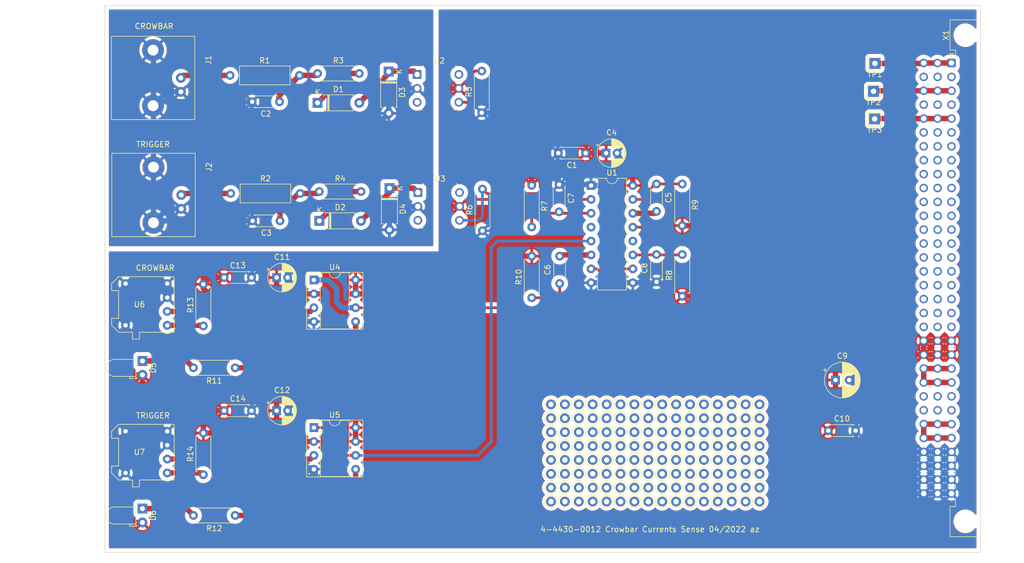
<source format=kicad_pcb>
(kicad_pcb (version 20211014) (generator pcbnew)

  (general
    (thickness 1.6)
  )

  (paper "A4")
  (layers
    (0 "F.Cu" signal)
    (31 "B.Cu" signal)
    (32 "B.Adhes" user "B.Adhesive")
    (33 "F.Adhes" user "F.Adhesive")
    (34 "B.Paste" user)
    (35 "F.Paste" user)
    (36 "B.SilkS" user "B.Silkscreen")
    (37 "F.SilkS" user "F.Silkscreen")
    (38 "B.Mask" user)
    (39 "F.Mask" user)
    (40 "Dwgs.User" user "User.Drawings")
    (41 "Cmts.User" user "User.Comments")
    (42 "Eco1.User" user "User.Eco1")
    (43 "Eco2.User" user "User.Eco2")
    (44 "Edge.Cuts" user)
    (45 "Margin" user)
    (46 "B.CrtYd" user "B.Courtyard")
    (47 "F.CrtYd" user "F.Courtyard")
    (48 "B.Fab" user)
    (49 "F.Fab" user)
    (50 "User.1" user)
    (51 "User.2" user)
    (52 "User.3" user)
    (53 "User.4" user)
    (54 "User.5" user)
    (55 "User.6" user)
    (56 "User.7" user)
    (57 "User.8" user)
    (58 "User.9" user)
  )

  (setup
    (stackup
      (layer "F.SilkS" (type "Top Silk Screen"))
      (layer "F.Paste" (type "Top Solder Paste"))
      (layer "F.Mask" (type "Top Solder Mask") (thickness 0.01))
      (layer "F.Cu" (type "copper") (thickness 0.035))
      (layer "dielectric 1" (type "core") (thickness 1.51) (material "FR4") (epsilon_r 4.5) (loss_tangent 0.02))
      (layer "B.Cu" (type "copper") (thickness 0.035))
      (layer "B.Mask" (type "Bottom Solder Mask") (thickness 0.01))
      (layer "B.Paste" (type "Bottom Solder Paste"))
      (layer "B.SilkS" (type "Bottom Silk Screen"))
      (copper_finish "None")
      (dielectric_constraints no)
    )
    (pad_to_mask_clearance 0)
    (pcbplotparams
      (layerselection 0x00010fc_ffffffff)
      (disableapertmacros false)
      (usegerberextensions false)
      (usegerberattributes true)
      (usegerberadvancedattributes true)
      (creategerberjobfile true)
      (svguseinch false)
      (svgprecision 6)
      (excludeedgelayer true)
      (plotframeref false)
      (viasonmask false)
      (mode 1)
      (useauxorigin false)
      (hpglpennumber 1)
      (hpglpenspeed 20)
      (hpglpendiameter 15.000000)
      (dxfpolygonmode true)
      (dxfimperialunits true)
      (dxfusepcbnewfont true)
      (psnegative false)
      (psa4output false)
      (plotreference true)
      (plotvalue true)
      (plotinvisibletext false)
      (sketchpadsonfab false)
      (subtractmaskfromsilk false)
      (outputformat 1)
      (mirror false)
      (drillshape 1)
      (scaleselection 1)
      (outputdirectory "")
    )
  )

  (net 0 "")
  (net 1 "+5V")
  (net 2 "GND")
  (net 3 "Net-(C2-Pad1)")
  (net 4 "GND1")
  (net 5 "Net-(C3-Pad1)")
  (net 6 "Net-(C5-Pad1)")
  (net 7 "Net-(C5-Pad2)")
  (net 8 "Net-(C6-Pad1)")
  (net 9 "Net-(C6-Pad2)")
  (net 10 "Net-(C7-Pad2)")
  (net 11 "Net-(C8-Pad2)")
  (net 12 "Net-(D1-Pad1)")
  (net 13 "Net-(D1-Pad2)")
  (net 14 "Net-(D2-Pad1)")
  (net 15 "Net-(D2-Pad2)")
  (net 16 "Net-(D6-Pad1)")
  (net 17 "Net-(J1-Pad1)")
  (net 18 "Net-(J2-Pad1)")
  (net 19 "Net-(R5-Pad2)")
  (net 20 "Net-(R6-Pad2)")
  (net 21 "Net-(R11-Pad1)")
  (net 22 "Net-(R12-Pad1)")
  (net 23 "Net-(R13-Pad1)")
  (net 24 "Net-(R14-Pad1)")
  (net 25 "unconnected-(U1-Pad4)")
  (net 26 "unconnected-(U1-Pad12)")
  (net 27 "Net-(U1-Pad5)")
  (net 28 "Net-(U1-Pad13)")
  (net 29 "unconnected-(U2-Pad3)")
  (net 30 "unconnected-(U2-Pad6)")
  (net 31 "unconnected-(U3-Pad3)")
  (net 32 "unconnected-(U3-Pad6)")
  (net 33 "Net-(U4-Pad3)")
  (net 34 "Net-(U5-Pad3)")
  (net 35 "unconnected-(X1-Pada2)")
  (net 36 "unconnected-(X1-Pada4)")
  (net 37 "unconnected-(X1-Pada6)")
  (net 38 "unconnected-(X1-Pada7)")
  (net 39 "unconnected-(X1-Pada8)")
  (net 40 "unconnected-(X1-Pada9)")
  (net 41 "unconnected-(X1-Pada10)")
  (net 42 "unconnected-(X1-Pada11)")
  (net 43 "unconnected-(X1-Pada12)")
  (net 44 "unconnected-(X1-Pada13)")
  (net 45 "unconnected-(X1-Pada14)")
  (net 46 "unconnected-(X1-Pada15)")
  (net 47 "unconnected-(X1-Pada16)")
  (net 48 "unconnected-(X1-Pada17)")
  (net 49 "unconnected-(X1-Pada18)")
  (net 50 "unconnected-(X1-Pada19)")
  (net 51 "unconnected-(X1-Pada20)")
  (net 52 "+15V")
  (net 53 "unconnected-(X1-Pada25)")
  (net 54 "unconnected-(X1-Pada26)")
  (net 55 "+24V")
  (net 56 "unconnected-(X1-Padb2)")
  (net 57 "unconnected-(X1-Padb4)")
  (net 58 "unconnected-(X1-Padb6)")
  (net 59 "unconnected-(X1-Padb7)")
  (net 60 "unconnected-(X1-Padb8)")
  (net 61 "unconnected-(X1-Padb9)")
  (net 62 "unconnected-(X1-Padb10)")
  (net 63 "unconnected-(X1-Padb11)")
  (net 64 "unconnected-(X1-Padb12)")
  (net 65 "unconnected-(X1-Padb13)")
  (net 66 "unconnected-(X1-Padb14)")
  (net 67 "unconnected-(X1-Padb15)")
  (net 68 "unconnected-(X1-Padb16)")
  (net 69 "unconnected-(X1-Padb17)")
  (net 70 "unconnected-(X1-Padb18)")
  (net 71 "unconnected-(X1-Padb19)")
  (net 72 "unconnected-(X1-Padb20)")
  (net 73 "unconnected-(X1-Padb25)")
  (net 74 "unconnected-(X1-Padb26)")
  (net 75 "unconnected-(X1-Padc2)")
  (net 76 "unconnected-(X1-Padc4)")
  (net 77 "unconnected-(X1-Padc6)")
  (net 78 "unconnected-(X1-Padc7)")
  (net 79 "unconnected-(X1-Padc8)")
  (net 80 "unconnected-(X1-Padc9)")
  (net 81 "unconnected-(X1-Padc10)")
  (net 82 "unconnected-(X1-Padc11)")
  (net 83 "unconnected-(X1-Padc12)")
  (net 84 "unconnected-(X1-Padc13)")
  (net 85 "unconnected-(X1-Padc14)")
  (net 86 "unconnected-(X1-Padc15)")
  (net 87 "unconnected-(X1-Padc16)")
  (net 88 "unconnected-(X1-Padc17)")
  (net 89 "unconnected-(X1-Padc18)")
  (net 90 "unconnected-(X1-Padc19)")
  (net 91 "unconnected-(X1-Padc20)")
  (net 92 "unconnected-(X1-Padc25)")
  (net 93 "unconnected-(X1-Padc26)")
  (net 94 "Net-(D5-Pad1)")
  (net 95 "/T1")
  (net 96 "/T3")
  (net 97 "/T5")

  (footprint "TestPoint:TestPoint_THTPad_D2.0mm_Drill1.0mm" (layer "F.Cu") (at 156.9212 110.49))

  (footprint "TestPoint:TestPoint_THTPad_D2.0mm_Drill1.0mm" (layer "F.Cu") (at 136.6012 123.19))

  (footprint "TestPoint:TestPoint_THTPad_D2.0mm_Drill1.0mm" (layer "F.Cu") (at 159.4612 123.19))

  (footprint "TestPoint:TestPoint_THTPad_D2.0mm_Drill1.0mm" (layer "F.Cu") (at 162.0012 115.57))

  (footprint "TestPoint:TestPoint_THTPad_D2.0mm_Drill1.0mm" (layer "F.Cu") (at 139.1412 107.95))

  (footprint "Resistor_THT:R_Axial_DIN0207_L6.3mm_D2.5mm_P7.62mm_Horizontal" (layer "F.Cu") (at 89.19 69.03))

  (footprint "my_library:BNC_amphenol_TH" (layer "F.Cu") (at 50 68.38 90))

  (footprint "TestPoint:TestPoint_THTPad_D2.0mm_Drill1.0mm" (layer "F.Cu") (at 146.7612 113.03))

  (footprint "TestPoint:TestPoint_THTPad_D2.0mm_Drill1.0mm" (layer "F.Cu") (at 151.8412 110.49))

  (footprint "TestPoint:TestPoint_THTPad_D2.0mm_Drill1.0mm" (layer "F.Cu") (at 144.2212 107.95))

  (footprint "Capacitor_THT:C_Disc_D4.3mm_W1.9mm_P5.00mm" (layer "F.Cu") (at 182.182379 112.75))

  (footprint "Resistor_THT:R_Axial_DIN0207_L6.3mm_D2.5mm_P7.62mm_Horizontal" (layer "F.Cu") (at 155.5 67.65 -90))

  (footprint "Resistor_THT:R_Axial_DIN0309_L9.0mm_D3.2mm_P12.70mm_Horizontal" (layer "F.Cu") (at 73 69.38))

  (footprint "TestPoint:TestPoint_THTPad_D2.0mm_Drill1.0mm" (layer "F.Cu") (at 146.7612 107.95))

  (footprint "my_library:Versatile_Link" (layer "F.Cu") (at 56.325 123.0325 180))

  (footprint "Capacitor_THT:C_Disc_D4.3mm_W1.9mm_P5.00mm" (layer "F.Cu") (at 150.8 85.55 90))

  (footprint "TestPoint:TestPoint_THTPad_D2.0mm_Drill1.0mm" (layer "F.Cu") (at 149.3012 123.19))

  (footprint "Resistor_THT:R_Axial_DIN0207_L6.3mm_D2.5mm_P7.62mm_Horizontal" (layer "F.Cu") (at 128 67.89 -90))

  (footprint "TestPoint:TestPoint_THTPad_D2.0mm_Drill1.0mm" (layer "F.Cu") (at 162.0012 113.03))

  (footprint "TestPoint:TestPoint_THTPad_D2.0mm_Drill1.0mm" (layer "F.Cu") (at 162.0012 123.19))

  (footprint "TestPoint:TestPoint_THTPad_2.0x2.0mm_Drill1.0mm" (layer "F.Cu") (at 190.7 45.6 180))

  (footprint "TestPoint:TestPoint_THTPad_D2.0mm_Drill1.0mm" (layer "F.Cu") (at 141.6812 113.03))

  (footprint "TestPoint:TestPoint_THTPad_2.0x2.0mm_Drill1.0mm" (layer "F.Cu") (at 190.65 55.75 180))

  (footprint "TestPoint:TestPoint_THTPad_D2.0mm_Drill1.0mm" (layer "F.Cu") (at 136.6012 107.95))

  (footprint "TestPoint:TestPoint_THTPad_D2.0mm_Drill1.0mm" (layer "F.Cu") (at 141.6812 107.95))

  (footprint "TestPoint:TestPoint_THTPad_D2.0mm_Drill1.0mm" (layer "F.Cu") (at 167.0812 120.65))

  (footprint "TestPoint:TestPoint_THTPad_D2.0mm_Drill1.0mm" (layer "F.Cu") (at 131.5212 118.11))

  (footprint "TestPoint:TestPoint_THTPad_D2.0mm_Drill1.0mm" (layer "F.Cu") (at 151.8412 113.03))

  (footprint "TestPoint:TestPoint_THTPad_D2.0mm_Drill1.0mm" (layer "F.Cu") (at 141.6812 125.73))

  (footprint "TestPoint:TestPoint_THTPad_D2.0mm_Drill1.0mm" (layer "F.Cu") (at 164.5412 110.49))

  (footprint "TestPoint:TestPoint_THTPad_D2.0mm_Drill1.0mm" (layer "F.Cu") (at 139.1412 120.65))

  (footprint "TestPoint:TestPoint_THTPad_D2.0mm_Drill1.0mm" (layer "F.Cu") (at 159.4612 118.11))

  (footprint "TestPoint:TestPoint_THTPad_D2.0mm_Drill1.0mm" (layer "F.Cu") (at 144.2212 125.73))

  (footprint "TestPoint:TestPoint_THTPad_D2.0mm_Drill1.0mm" (layer "F.Cu") (at 144.2212 118.11))

  (footprint "TestPoint:TestPoint_THTPad_D2.0mm_Drill1.0mm" (layer "F.Cu") (at 144.2212 115.57))

  (footprint "TestPoint:TestPoint_THTPad_D2.0mm_Drill1.0mm" (layer "F.Cu") (at 164.5412 115.57))

  (footprint "TestPoint:TestPoint_THTPad_D2.0mm_Drill1.0mm" (layer "F.Cu") (at 162.0012 110.49))

  (footprint "TestPoint:TestPoint_THTPad_D2.0mm_Drill1.0mm" (layer "F.Cu") (at 156.9212 107.95))

  (footprint "TestPoint:TestPoint_THTPad_D2.0mm_Drill1.0mm" (layer "F.Cu") (at 134.0612 120.65))

  (footprint "TestPoint:TestPoint_THTPad_D2.0mm_Drill1.0mm" (layer "F.Cu") (at 169.6212 125.73))

  (footprint "Capacitor_THT:C_Disc_D4.3mm_W1.9mm_P5.00mm" (layer "F.Cu") (at 133.1 85.84 90))

  (footprint "TestPoint:TestPoint_THTPad_D2.0mm_Drill1.0mm" (layer "F.Cu") (at 156.9212 125.73))

  (footprint "TestPoint:TestPoint_THTPad_D2.0mm_Drill1.0mm" (layer "F.Cu") (at 146.7612 120.65))

  (footprint "TestPoint:TestPoint_THTPad_D2.0mm_Drill1.0mm" (layer "F.Cu") (at 144.2212 110.49))

  (footprint "TestPoint:TestPoint_THTPad_D2.0mm_Drill1.0mm" (layer "F.Cu") (at 136.6012 125.73))

  (footprint "Capacitor_THT:C_Disc_D4.3mm_W1.9mm_P5.00mm" (layer "F.Cu") (at 71.8 109.1))

  (footprint "my_library:Versatile_Link" (layer "F.Cu") (at 56.325 96.0325 180))

  (footprint "TestPoint:TestPoint_THTPad_D2.0mm_Drill1.0mm" (layer "F.Cu") (at 146.7612 115.57))

  (footprint "TestPoint:TestPoint_THTPad_D2.0mm_Drill1.0mm" (layer "F.Cu") (at 144.2212 120.65))

  (footprint "Capacitor_THT:C_Disc_D4.3mm_W1.9mm_P5.00mm" (layer "F.Cu") (at 81.922 52.606 180))

  (footprint "TestPoint:TestPoint_THTPad_D2.0mm_Drill1.0mm" (layer "F.Cu") (at 164.5412 123.19))

  (footprint "TestPoint:TestPoint_THTPad_D2.0mm_Drill1.0mm" (layer "F.Cu") (at 149.3012 118.11))

  (footprint "TestPoint:TestPoint_THTPad_D2.0mm_Drill1.0mm" (layer "F.Cu") (at 151.8412 120.65))

  (footprint "TestPoint:TestPoint_THTPad_D2.0mm_Drill1.0mm" (layer "F.Cu") (at 169.6212 115.57))

  (footprint "TestPoint:TestPoint_THTPad_D2.0mm_Drill1.0mm" (layer "F.Cu") (at 134.0612 123.19))

  (footprint "TestPoint:TestPoint_THTPad_D2.0mm_Drill1.0mm" (layer "F.Cu") (at 146.7612 123.19))

  (footprint "TestPoint:TestPoint_THTPad_D2.0mm_Drill1.0mm" (layer "F.Cu") (at 159.4612 107.95))

  (footprint "TestPoint:TestPoint_THTPad_D2.0mm_Drill1.0mm" (layer "F.Cu") (at 151.8412 107.95))

  (footprint "TestPoint:TestPoint_THTPad_D2.0mm_Drill1.0mm" (layer "F.Cu") (at 167.0812 125.73))

  (footprint "TestPoint:TestPoint_THTPad_D2.0mm_Drill1.0mm" (layer "F.Cu") (at 139.1412 118.11))

  (footprint "TestPoint:TestPoint_THTPad_D2.0mm_Drill1.0mm" (layer "F.Cu") (at 156.9212 123.19))

  (footprint "TestPoint:TestPoint_THTPad_D2.0mm_Drill1.0mm" (layer "F.Cu") (at 156.9212 115.57))

  (footprint "Capacitor_THT:C_Disc_D4.3mm_W1.9mm_P5.00mm" (layer "F.Cu") (at 137.85 62 180))

  (footprint "Capacitor_THT:C_Disc_D4.3mm_W1.9mm_P5.00mm" (layer "F.Cu") (at 82 74.39 180))

  (footprint "TestPoint:TestPoint_THTPad_D2.0mm_Drill1.0mm" (layer "F.Cu") (at 151.8412 125.73))

  (footprint "TestPoint:TestPoint_THTPad_D2.0mm_Drill1.0mm" (layer "F.Cu") (at 159.4612 115.57))

  (footprint "TestPoint:TestPoint_THTPad_D2.0mm_Drill1.0mm" (layer "F.Cu") (at 136.6012 118.11))

  (footprint "TestPoint:TestPoint_THTPad_D2.0mm_Drill1.0mm" (layer "F.Cu") (at 164.5412 120.65))

  (footprint "TestPoint:TestPoint_THTPad_D2.0mm_Drill1.0mm" (layer "F.Cu") (at 144.2212 123.19))

  (footprint "TestPoint:TestPoint_THTPad_D2.0mm_Drill1.0mm" (layer "F.Cu") (at 169.6212 107.95))

  (footprint "TestPoint:TestPoint_THTPad_D2.0mm_Drill1.0mm" (layer "F.Cu") (at 159.4612 120.65))

  (footprint "TestPoint:TestPoint_THTPad_D2.0mm_Drill1.0mm" (layer "F.Cu") (at 136.6012 110.49))

  (footprint "Capacitor_THT:C_Disc_D4.3mm_W1.9mm_P5.00mm" (layer "F.Cu") (at 71.8 84.75))

  (footprint "TestPoint:TestPoint_THTPad_D2.0mm_Drill1.0mm" (layer "F.Cu") (at 141.6812 118.11))

  (footprint "Capacitor_THT:C_Disc_D4.3mm_W1.9mm_P5.00mm" (layer "F.Cu") (at 150.8 67.65 -90))

  (footprint "TestPoint:TestPoint_THTPad_D2.0mm_Drill1.0mm" (layer "F.Cu") (at 154.3812 123.19))

  (footprint "TestPoint:TestPoint_THTPad_D2.0mm_Drill1.0mm" (layer "F.Cu") (at 146.7612 125.73))

  (footprint "TestPoint:TestPoint_THTPad_D2.0mm_Drill1.0mm" (layer "F.Cu") (at 154.3812 115.57))

  (footprint "Package_DIP:DIP-8_W7.62mm_Socket" (layer "F.Cu") (at 88.2 85.2))

  (footprint "Resistor_THT:R_Axial_DIN0207_L6.3mm_D2.5mm_P7.62mm_Horizontal" (layer "F.Cu") (at 128 88.46 90))

  (footprint "TestPoint:TestPoint_THTPad_D2.0mm_Drill1.0mm" (layer "F.Cu") (at 154.3812 118.11))

  (footprint "TestPoint:TestPoint_THTPad_D2.0mm_Drill1.0mm" (layer "F.Cu") (at 146.7612 110.49))

  (footprint "TestPoint:TestPoint_THTPad_D2.0mm_Drill1.0mm" (layer "F.Cu") (at 154.3812 120.65))

  (footprint "TestPoint:TestPoint_THTPad_D2.0mm_Drill1.0mm" (layer "F.Cu") (at 141.6812 123.19))

  (footprint "TestPoint:TestPoint_THTPad_D2.0mm_Drill1.0mm" (layer "F.Cu") (at 167.0812 110.49))

  (footprint "TestPoint:TestPoint_THTPad_D2.0mm_Drill1.0mm" (layer "F.Cu") (at 164.5412 113.03))

  (footprint "TestPoint:TestPoint_THTPad_D2.0mm_Drill1.0mm" (layer "F.Cu") (at 149.3012 107.95))

  (footprint "TestPoint:TestPoint_THTPad_D2.0mm_Drill1.0mm" (layer "F.Cu") (at 154.3812 125.73))

  (footprint "TestPoint:TestPoint_THTPad_D2.0mm_Drill1.0mm" (layer "F.Cu") (at 162.0012 120.65))

  (footprint "Resistor_THT:R_Axial_DIN0207_L6.3mm_D2.5mm_P7.62mm_Horizontal" (layer "F.Cu") (at 68 120.81 90))

  (footprint "TestPoint:TestPoint_THTPad_D2.0mm_Drill1.0mm" (layer "F.Cu") (at 134.0612 118.11))

  (footprint "TestPoint:TestPoint_THTPad_D2.0mm_Drill1.0mm" (layer "F.Cu") (at 139.1412 113.03))

  (footprint "TestPoint:TestPoint_THTPad_D2.0mm_Drill1.0mm" (layer "F.Cu") (at 131.5212 125.73))

  (footprint "LED_THT:LED_D3.0mm_Horizontal_O1.27mm_Z2.0mm" (layer "F.Cu") (at 56.875 100.010666 -90))

  (footprint "my_library:BNC_amphenol_TH" (layer "F.Cu") (at 49.922 46.98 90))

  (footprint "TestPoint:TestPoint_THTPad_D2.0mm_Drill1.0mm" (layer "F.Cu") (at 149.3012 110.49))

  (footprint "TestPoint:TestPoint_THTPad_D2.0mm_Drill1.0mm" (layer "F.Cu") (at 169.6212 118.11))

  (footprint "TestPoint:TestPoint_THTPad_D2.0mm_Drill1.0mm" (layer "F.Cu") (at 149.3012 115.57))

  (footprint "TestPoint:TestPoint_THTPad_D2.0mm_Drill1.0mm" (layer "F.Cu") (at 154.3812 110.49))

  (footprint "TestPoint:TestPoint_THTPad_D2.0mm_Drill1.0mm" (layer "F.Cu") (at 134.0612 115.57))

  (footprint "Diode_THT:D_A-405_P7.62mm_Horizontal" (layer "F.Cu") (at 89.19 74.39))

  (footprint "Capacitor_THT:CP_Radial_D5.0mm_P2.00mm" (layer "F.Cu")
    (tedit 5AE50EF0) (tstamp 914ccec4-572a-4ec0-b281-596368eea274)
    (at 141.594888 62)
    (descr "CP, Radial series, Radial, pin pitch=2.00mm, , diameter=5mm, Electrolytic Capacitor")
    (tags "CP Radial series Radial pin pitch 2.00mm  diameter 5mm Electrolytic Capacitor")
    (property "Sheetfile" "47_Crowbar_current_sense.kicad_sch")
    (property "Sheetname" "")
    (path "/e239469c-9034-4436-88b6-92607b1872a3")
    (attr through_hole)
    (fp_text reference "C4" (at 1 -3.75) (layer "F.SilkS")
      (effects (font (size 1 1) (thickness 0.15)))
      (tstamp fb4e7351-d265-4999-adf6-bc7596c21cf3)
    )
    (fp_text value "1u" (at 1 3.75) (layer "F.Fab")
      (effects (font (size 1 1) (thickness 0.15)))
      (tstamp 119c633c-175b-4b38-bbc1-1a076032c16e)
    )
    (fp_text user "${REFERENCE}" (at 1 0) (layer "F.Fab")
      (effects (font (size 1 1) (thickness 0.15)))
      (tstamp 669e2f76-dce7-4b88-b383-d3587e6cc0cc)
    )
    (fp_line (start 1.08 -2.579) (end 1.08 -1.04) (layer "F.SilkS") (width 0.12) (tstamp 00627221-b0fd-448e-b5a6-250d249697c2))
    (fp_line (start 2.761 -1.901) (end 2.761 -1.04) (layer "F.SilkS") (width 0.12) (tstamp 00c9c1c9-df78-4bf8-a378-9edee7dafbe3))
    (fp_line (start 1.48 -2.536) (end 1.48 -1.04) (layer "F.SilkS") (width 0.12) (tstamp 064853d1-fee5-4dc2-a187-8cbdd26d3919))
    (fp_line (start 2.361 -2.2) (end 2.361 -1.04) (layer "F.SilkS") (width 0.12) (tstamp 0667208e-872f-444a-9ed0-78a1b5f392d2))
    (fp_line (start 2.921 -1.743) (end 2.921 -1.04) (layer "F.SilkS") (width 0.12) (tstamp 098afe52-27f0-4ec0-bf39-4eb766d2a851))
    (fp_line (start 1.841 -2.442) (end 1.841 -1.04) (layer "F.SilkS") (width 0.12) (tstamp 0c75753f-ac98-42bf-95d0-ee8de408989d))
    (fp_line (start 2.161 1.04) (end 2.161 2.31) (layer "F.SilkS") (width 0.12) (tstamp 0d1c133a-5b0b-4fe0-b915-2f72b13b37e9))
    (fp_line (start 1.32 -2.561) (end 1.32 -1.04) (layer "F.SilkS") (width 0.12) (tstamp 0d7333ca-0587-43cb-9af7-f59016c85820))
    (fp_line (start 3.401 -1.011) (end 3.401 1.011) (layer "F.SilkS") (width 0.12) (tstamp 0de7d0e7-c8d5-482b-8e8a-d56acfc6ebd8))
    (fp_line (start 1.6 1.04) (end 1.6 2.511) (layer "F.SilkS") (width 0.12) (tstamp 0fffb828-f291-41d3-a83c-4eaa3df13f3a))
    (fp_line (start 2.601 1.04) (end 2.601 2.035) (layer "F.SilkS") (width 0.12) (tstamp 11cae898-6e02-4314-87c3-bfa88f249303))
    (fp_line (start 2.721 1.04) (end 2.721 1.937) (layer "F.SilkS") (width 0.12) (tstamp 127b0e8c-8b10-4db4-b691-908ac98caaf1))
    (fp_line (start 2.961 1.04) (end 2.961 1.699) (layer "F.SilkS") (width 0.12) (tstamp 1558a593-7554-4709-a27f-f70400a2199d))
    (fp_line (start 1.801 -2.455) (end 1.801 -1.04) (layer "F.SilkS") (width 0.12) (tstamp 168e91de-8892-4570-a62e-0a6a88daec47))
    (fp_line (start 3.361 -1.098) (end 3.361 1.098) (layer "F.SilkS") (width 0.12) (tstamp 1aaf34a3-282e-4633-82fa-9d6cdf32efbb))
    (fp_line (start 1.44 -2.543) (end 1.44 -1.04) (layer "F.SilkS") (width 0.12) (tstamp 1ba3e338-9465-4844-8361-6715d7885c15))
    (fp_line (start 1.68 1.04) (end 1.68 2.491) (layer "F.SilkS") (width 0.12) (tstamp 1bb16fed-1537-47fa-90f6-8dc136da5d16))
    (fp_line (start 1.52 1.04) (end 1.52 2.528) (layer "F.SilkS") (width 0.12) (tstamp 1d6c2d6c-bee0-401d-9749-98f17833afdd))
    (fp_line (start 1.721 1.04) (end 1.721 2.48) (layer "F.SilkS") (width 0.12) (tstamp 1d801ac4-6429-45d9-ad70-9dd82bd9c030))
    (fp_line (start 3.281 -1.251) (end 3.281 1.251) (layer "F.SilkS") (width 0.12) (tstamp 1ec648ca-df29-4910-86ed-6f48e345dbdb))
    (fp_line (start 2.481 -2.122) (end 2.481 -1.04) (layer "F.SilkS") (width 0.12) (tstamp 217a6ab0-8c75-4e09-8113-c7b7b906da43))
    (fp_line (start 2.401 1.04) (end 2.401 2.175) (layer "F.SilkS") (width 0.12) (tstamp 22fd57c4-481e-4417-b920-694451210da2))
    (fp_line (start 2.161 -2.31) (end 2.161 -1.04) (layer "F.SilkS") (width 0.12) (tstamp 24d3ee68-60f0-4c8a-a72b-065f1026fd87))
    (fp_line (start 1.36 1.04) (end 1.36 2.556) (layer "F.SilkS") (width 0.12) (tstamp 2571f4c8-d7fc-4e8c-94df-f480e56bb717))
    (fp_line (start 1.24 1.04) (end 1.24 2.569) (layer "F.SilkS") (width 0.12) (tstamp 2f122013-8dbc-4371-941a-b52e2115db20))
    (fp_line (start 2.881 1.04) (end 2.881 1.785) (layer "F.SilkS") (width 0.12) (tstamp 2ff15691-c9f8-4e08-a694-3230522780fc))
    (fp_line (start 2.721 -1.937) (end 2.721 -1.04) (layer "F.SilkS") (width 0.12) (tstamp 3019c847-3ccf-490a-9dd6-694227c3fba5))
    (fp_line (start 3.241 -1.319) (end 3.241 1.319) (layer "F.SilkS") (width 0.12) (tstamp 30cf5573-2ac5-4d4b-8678-7fcebe2bcd36))
    (fp_line (start 2.201 1.04) (end 2.201 2.29) (layer "F.SilkS") (width 0.12) (tstamp 31e2d26e-842a-4694-a3ae-7642d792727c))
    (fp_line (start 2.121 1.04) (end 2.121 2.329) (layer "F.SilkS") (width 0.12) (tstamp 34d3baf1-c1a6-463d-a7da-03fde565ea93))
    (fp_line (start 1.881 1.04) (end 1.881 2.428) (layer "F.SilkS") (width 0.12) (tstamp 376da264-b219-4ddc-be78-a640bbee3aef))
    (fp_line (start 1.6 -2.511) (end 1.6 -1.04) (layer "F.SilkS") (width 0.12) (tstamp 3785b88e-f652-4024-afb0-be4c22cdaea8))
    (fp_line (start 2.641 -2.004) (end 2.641 -1.04) (layer "F.SilkS") (width 0.12) (tstamp 3a4d7b94-8b26-4555-b396-f2e88aea5db3))
    (fp_line (start 3.521 -0.677) (end 3.521 0.677) (layer "F.SilkS") (width 0.12) (tstamp 3b450865-b2ef-4d25-9b34-4d42975b5e24))
    (fp_line (start 1 1.04) (end 1 2.58) (layer "F.SilkS") (width 0.12) (tstamp 3c19fda9-55de-469e-9693-2d8993bca106))
    (fp_line (start 2.241 -2.268) (end 2.241 -1.04) (layer "F.SilkS") (width 0.12) (tstamp 3f1d3b22-3ba1-4783-af8d-526bce7c36db))
    (fp_line (start 1.961 -2.398) (end 1.961 -1.04) (layer "F.SilkS") (width 0.12) (tstamp 419715bf-ffaa-4f14-ba39-b7cca3633324))
    (fp_line (start 2.441 1.04) (end 2.441 2.149) (layer "F.SilkS") (width 0.12) (tstamp 41ef6d8e-078c-46e5-a743-15f86f94b1c5))
    (fp_line (start 1.761 -2.468) (end 1.761 -1.04) (layer "F.SilkS") (width 0.12) (tstamp 443de8e6-6c50-4145-a643-8098c9ffc1e6))
    (fp_line (start 2.241 1.04) (end 2.241 2.268) (layer "F.SilkS") (width 0.12) (tstamp 449cc181-df4b-4d3b-93ef-0653c2171fe8))
    (fp_line (start 1.68 -2.491) (end 1.68 -1.04) (layer "F.SilkS") (width 0.12) (tstamp 45245258-c97a-4586-bc43-2154c85c0ef6))
    (fp_line (start 1.04 -2.58) (end 1.04 -1.04) (layer "F.SilkS") (width 0.12) (tstamp 4687c479-536f-4d7c-9d3c-04c9b426c43c))
    (fp_line (start 1.12 1.04) (end 1.12 2.578) (layer "F.SilkS") (width 0.12) (tstamp 47890384-6eaa-420c-b9ae-e68a6a7f17b5))
    (fp_line (start 3.481 -0.805) (end 3.481 0.805) (layer "F.SilkS") (width 0.12) (tstamp 4c38e5ef-0105-4756-a059-34a9c3247d1f))
    (fp_line (start 2.081 1.04) (end 2.081 2.348) (layer "F.SilkS") (width 0.12) (tstamp 513c5122-3fbb-44b6-aa2c-74224719f915))
    (fp_line (start 2.321 -2.224) (end 2.321 -1.04) (layer "F.SilkS") (width 0.12) (tstamp 524dc8d0-13b4-43fe-b274-8ac08bc4b894))
    (fp_line (start 2.481 1.04) (end 2.481 2.122) (layer "F.SilkS") (width 0.12) (tstamp 57881c8f-ea31-4450-bce6-89885e0a9bfd))
    (fp_line (start -1.554775 -1.725) (end -1.554775 -1.225) (layer "F.SilkS") (width 0.12) (tstamp 5b29962f-685a-409c-915c-9c4a92ed442a))
    (fp_line (start 1.52 -2.528) (end 1.52 -1.04) (layer "F.SilkS") (width 0.12) (tstamp 5da06777-0696-4bb2-8c9a-78c96b4b3e90))
    (fp_line (start 2.561 -2.065) (end 2.561 -1.04) (layer "F.SilkS") (width 0.12) (tstamp 60a7dcc1-b459-4b69-be02-f48b66a815f0))
    (fp_line (start 1.16 -2.576) (end 1.16 -1.04) (layer "F.SilkS") (width 0.12) (tstamp 62c6f8ce-78e5-4ab3-bb01-2fcb0df87aa6))
    (fp_line (start 1.921 1.04) (end 1.921 2.414) (layer "F.SilkS") (width 0.12) (tstamp 63892cea-0371-47b0-925d-c40106168946))
    (fp_line (start 2.801 -1.864) (end 2.801 -1.04) (layer "F.SilkS") (width 0.12) (tstamp 6428332e-b689-4aa8-86bb-3bee31b6f177))
    (
... [1374034 chars truncated]
</source>
